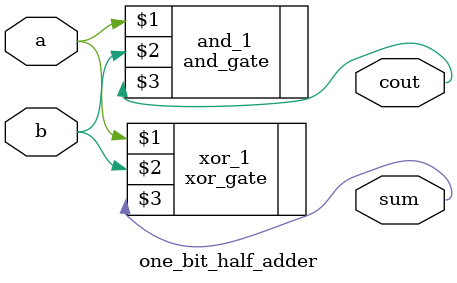
<source format=v>
`timescale 1ns / 1ps
module one_bit_half_adder(input a, input b, output sum, output cout);

    xor_gate xor_1 (a, b, sum);
    and_gate and_1 (a, b, cout);

endmodule

</source>
